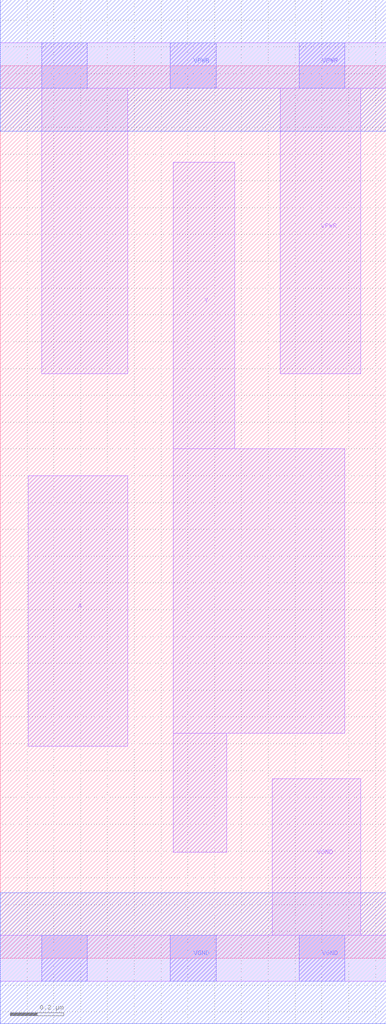
<source format=lef>
# Copyright 2020 The SkyWater PDK Authors
#
# Licensed under the Apache License, Version 2.0 (the "License");
# you may not use this file except in compliance with the License.
# You may obtain a copy of the License at
#
#     https://www.apache.org/licenses/LICENSE-2.0
#
# Unless required by applicable law or agreed to in writing, software
# distributed under the License is distributed on an "AS IS" BASIS,
# WITHOUT WARRANTIES OR CONDITIONS OF ANY KIND, either express or implied.
# See the License for the specific language governing permissions and
# limitations under the License.
#
# SPDX-License-Identifier: Apache-2.0

VERSION 5.7 ;
  NAMESCASESENSITIVE ON ;
  NOWIREEXTENSIONATPIN ON ;
  DIVIDERCHAR "/" ;
  BUSBITCHARS "[]" ;
UNITS
  DATABASE MICRONS 200 ;
END UNITS
MACRO sky130_fd_sc_lp__clkinv_1
  CLASS CORE ;
  SOURCE USER ;
  FOREIGN sky130_fd_sc_lp__clkinv_1 ;
  ORIGIN  0.000000  0.000000 ;
  SIZE  1.440000 BY  3.330000 ;
  SYMMETRY X Y R90 ;
  SITE unit ;
  PIN A
    ANTENNAGATEAREA  0.315000 ;
    DIRECTION INPUT ;
    USE SIGNAL ;
    PORT
      LAYER li1 ;
        RECT 0.105000 0.790000 0.475000 1.800000 ;
    END
  END A
  PIN Y
    ANTENNADIFFAREA  0.346500 ;
    DIRECTION OUTPUT ;
    USE SIGNAL ;
    PORT
      LAYER li1 ;
        RECT 0.645000 0.395000 0.845000 0.840000 ;
        RECT 0.645000 0.840000 1.285000 1.900000 ;
        RECT 0.645000 1.900000 0.875000 2.970000 ;
    END
  END Y
  PIN VGND
    DIRECTION INOUT ;
    USE GROUND ;
    PORT
      LAYER li1 ;
        RECT 0.000000 -0.085000 1.440000 0.085000 ;
        RECT 1.015000  0.085000 1.345000 0.670000 ;
      LAYER mcon ;
        RECT 0.155000 -0.085000 0.325000 0.085000 ;
        RECT 0.635000 -0.085000 0.805000 0.085000 ;
        RECT 1.115000 -0.085000 1.285000 0.085000 ;
      LAYER met1 ;
        RECT 0.000000 -0.245000 1.440000 0.245000 ;
    END
  END VGND
  PIN VPWR
    DIRECTION INOUT ;
    USE POWER ;
    PORT
      LAYER li1 ;
        RECT 0.000000 3.245000 1.440000 3.415000 ;
        RECT 0.155000 2.180000 0.475000 3.245000 ;
        RECT 1.045000 2.180000 1.345000 3.245000 ;
      LAYER mcon ;
        RECT 0.155000 3.245000 0.325000 3.415000 ;
        RECT 0.635000 3.245000 0.805000 3.415000 ;
        RECT 1.115000 3.245000 1.285000 3.415000 ;
      LAYER met1 ;
        RECT 0.000000 3.085000 1.440000 3.575000 ;
    END
  END VPWR
END sky130_fd_sc_lp__clkinv_1

</source>
